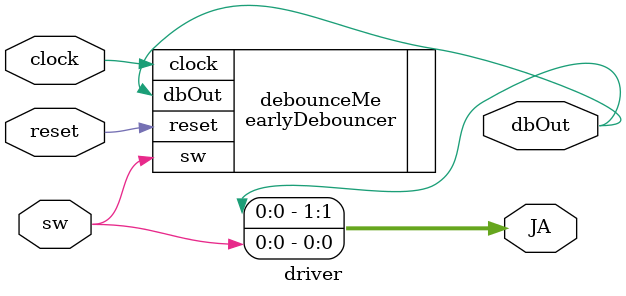
<source format=sv>
module driver(sw, reset, clock, dbOut, JA);
    input logic sw, reset, clock;
    output logic dbOut;
    output logic [2:1] JA;                      // delineate the switch value to send to oscilloscope
    
    // instantiate the debouncer module:
    earlyDebouncer debounceMe(.sw(sw), .reset(reset), .clock(clock), .dbOut(dbOut));
    
    // output assignments for the oscilloscope:
    assign JA[1] = sw;
    assign JA[2] = dbOut;
    
endmodule

</source>
